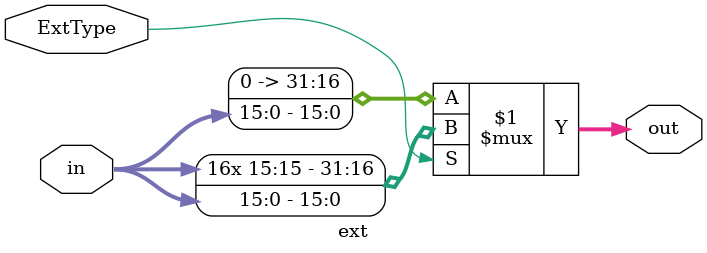
<source format=v>
module ext #(parameter WIDTH = 16,BIGWIDTH = 32)(in, out, ExtType);
  input [WIDTH - 1:0]in;
  input ExtType;
  output [BIGWIDTH - 1:0]out;
  assign out = ExtType ? 
                  {{BIGWIDTH-WIDTH{in[WIDTH - 1]}},in} :
                    {{BIGWIDTH-WIDTH{1'b0}},in};
endmodule

</source>
